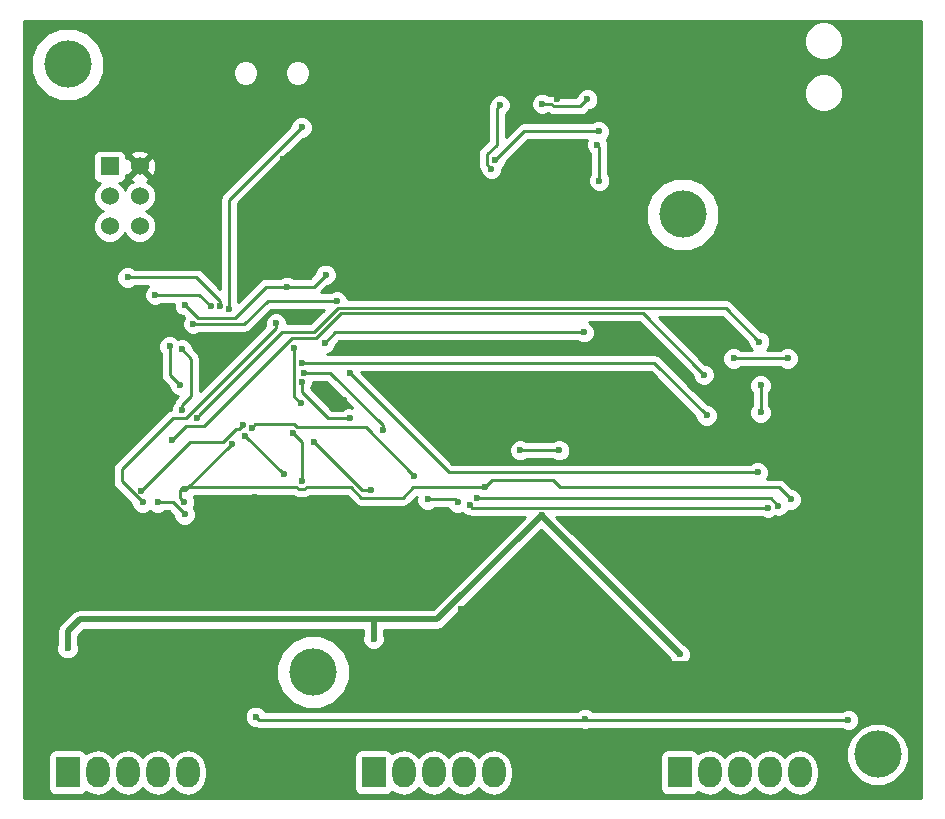
<source format=gbr>
G04 #@! TF.FileFunction,Copper,L2,Bot,Signal*
%FSLAX46Y46*%
G04 Gerber Fmt 4.6, Leading zero omitted, Abs format (unit mm)*
G04 Created by KiCad (PCBNEW 4.0.5) date 10/24/17 15:29:36*
%MOMM*%
%LPD*%
G01*
G04 APERTURE LIST*
%ADD10C,0.100000*%
%ADD11C,4.000000*%
%ADD12R,1.524000X1.524000*%
%ADD13C,1.524000*%
%ADD14R,2.000000X2.600000*%
%ADD15O,2.000000X2.600000*%
%ADD16C,0.600000*%
%ADD17C,0.250000*%
%ADD18C,0.500000*%
%ADD19C,0.254000*%
G04 APERTURE END LIST*
D10*
D11*
X209550000Y-58420000D03*
X178257200Y-97155000D03*
X226060000Y-104140000D03*
D12*
X161036000Y-54356000D03*
D13*
X161036000Y-56896000D03*
X161036000Y-59436000D03*
X163576000Y-59436000D03*
X163576000Y-56896000D03*
X163576000Y-54356000D03*
D14*
X157480000Y-105664000D03*
D15*
X160020000Y-105664000D03*
X162560000Y-105664000D03*
X165100000Y-105664000D03*
X167640000Y-105664000D03*
D14*
X183388000Y-105664000D03*
D15*
X185928000Y-105664000D03*
X188468000Y-105664000D03*
X191008000Y-105664000D03*
X193548000Y-105664000D03*
D14*
X209296000Y-105664000D03*
D15*
X211836000Y-105664000D03*
X214376000Y-105664000D03*
X216916000Y-105664000D03*
X219456000Y-105664000D03*
D11*
X157480000Y-45720000D03*
D16*
X193370200Y-54559200D03*
X194106800Y-49149000D03*
X199034400Y-44196000D03*
X198958200Y-48641000D03*
X216712800Y-91897200D03*
X190804800Y-91846400D03*
X210870800Y-46431200D03*
X218922600Y-46177200D03*
X199796400Y-71983600D03*
X175717198Y-53695600D03*
X182092600Y-54864000D03*
X168148000Y-87223600D03*
X173329600Y-82346800D03*
X194335400Y-75184000D03*
X163322000Y-70612000D03*
X163068000Y-72136000D03*
X179578000Y-74422000D03*
X180848000Y-74168000D03*
X196342000Y-64262000D03*
X195834000Y-62230000D03*
X202438000Y-51384200D03*
X193700400Y-53822600D03*
X176682400Y-69748400D03*
X177215800Y-74422000D03*
X167411400Y-66116200D03*
X167201573Y-74936286D03*
X176072800Y-64541400D03*
X179324000Y-63525400D03*
X167132000Y-69850000D03*
X170397357Y-66178572D03*
X162560000Y-63754000D03*
X169597346Y-66177985D03*
X164906949Y-65217051D03*
X197612000Y-83860810D03*
X157480000Y-95155000D03*
X183388000Y-94363000D03*
X209296000Y-95663000D03*
X171171555Y-66380156D03*
X179242698Y-69316600D03*
X201193400Y-68402200D03*
X177292000Y-51054000D03*
X201498200Y-48666400D03*
X197662800Y-49047400D03*
X211353400Y-71983600D03*
X166319200Y-77520800D03*
X218440000Y-70612000D03*
X213868000Y-70612000D03*
X168427400Y-75641200D03*
X216052400Y-69189600D03*
X167014990Y-72898000D03*
X166116000Y-69596000D03*
X216154000Y-75184000D03*
X216154000Y-72898000D03*
X175121505Y-67598203D03*
X163830000Y-82804000D03*
X168118671Y-67700810D03*
X180283711Y-65739380D03*
X181356000Y-71882000D03*
X215900000Y-80264000D03*
X171376011Y-77819698D03*
X167368131Y-82750767D03*
X192786000Y-81534000D03*
X218694000Y-82550000D03*
X195808600Y-78384400D03*
X199110600Y-78384400D03*
X217655254Y-83079353D03*
X192119580Y-82462030D03*
X172496482Y-77138711D03*
X175768000Y-80400990D03*
X172299309Y-76259989D03*
X163725318Y-81815418D03*
X173090419Y-76498562D03*
X186845234Y-80553595D03*
X183134000Y-81788000D03*
X178308000Y-77724000D03*
X216789000Y-83235800D03*
X191516000Y-83007200D03*
X190500000Y-82804000D03*
X187960000Y-82550000D03*
X165100000Y-82804000D03*
X167386000Y-83820000D03*
X177292000Y-81026000D03*
X176530000Y-76962000D03*
X177307410Y-72585185D03*
X181356000Y-75692000D03*
X177465424Y-71800933D03*
X184150000Y-76708000D03*
X177336274Y-71011415D03*
X211582000Y-75438000D03*
X173405800Y-100939600D03*
X201295000Y-101117400D03*
X223596200Y-101219000D03*
X202336400Y-52527200D03*
X202514200Y-55549800D03*
D17*
X192963800Y-53340000D02*
X192963800Y-54152800D01*
X192963800Y-54152800D02*
X193370200Y-54559200D01*
X193806801Y-52496999D02*
X192963800Y-53340000D01*
X194106800Y-49149000D02*
X193806801Y-49448999D01*
X193806801Y-49448999D02*
X193806801Y-52496999D01*
X198958200Y-48641000D02*
X198958200Y-44272200D01*
X198958200Y-44272200D02*
X199034400Y-44196000D01*
X190804800Y-91846400D02*
X195246401Y-96288001D01*
X195246401Y-96288001D02*
X212321999Y-96288001D01*
X212321999Y-96288001D02*
X216712800Y-91897200D01*
X218922600Y-46177200D02*
X211124800Y-46177200D01*
X211124800Y-46177200D02*
X210870800Y-46431200D01*
X196596000Y-75184000D02*
X199796400Y-71983600D01*
X194335400Y-75184000D02*
X196596000Y-75184000D01*
X180924200Y-53695600D02*
X175717198Y-53695600D01*
X182092600Y-54864000D02*
X180924200Y-53695600D01*
X173329600Y-82346800D02*
X168452800Y-87223600D01*
X168452800Y-87223600D02*
X168148000Y-87223600D01*
X163068000Y-72136000D02*
X163068000Y-70866000D01*
X163068000Y-70866000D02*
X163322000Y-70612000D01*
X180848000Y-74168000D02*
X179832000Y-74168000D01*
X179832000Y-74168000D02*
X179578000Y-74422000D01*
X196088000Y-62908264D02*
X196088000Y-64008000D01*
X196088000Y-64008000D02*
X196342000Y-64262000D01*
X195834000Y-62230000D02*
X195834000Y-62654264D01*
X195834000Y-62654264D02*
X196088000Y-62908264D01*
X193700400Y-53822600D02*
X196138800Y-51384200D01*
X196138800Y-51384200D02*
X202438000Y-51384200D01*
X177215800Y-74422000D02*
X176682400Y-73888600D01*
X176682400Y-73888600D02*
X176682400Y-69748400D01*
X174294800Y-64541400D02*
X171627800Y-67208400D01*
X171627800Y-67208400D02*
X168503600Y-67208400D01*
X168503600Y-67208400D02*
X167411400Y-66116200D01*
X176758600Y-64541400D02*
X176072800Y-64541400D01*
X178308000Y-64541400D02*
X176758600Y-64541400D01*
X176758600Y-64541400D02*
X174294800Y-64541400D01*
X167201573Y-74512022D02*
X167201573Y-74936286D01*
X167132000Y-69850000D02*
X167907247Y-70625247D01*
X167907247Y-73806348D02*
X167201573Y-74512022D01*
X167907247Y-70625247D02*
X167907247Y-73806348D01*
X179324000Y-63525400D02*
X178308000Y-64541400D01*
X162560000Y-63754000D02*
X168397049Y-63754000D01*
X170397357Y-65754308D02*
X170397357Y-66178572D01*
X168397049Y-63754000D02*
X170397357Y-65754308D01*
X168636412Y-65217051D02*
X169597346Y-66177985D01*
X164906949Y-65217051D02*
X168636412Y-65217051D01*
D18*
X188762810Y-92710000D02*
X197612000Y-83860810D01*
X209296000Y-95663000D02*
X197612000Y-83979000D01*
X197612000Y-83979000D02*
X197612000Y-83860810D01*
X183388000Y-92710000D02*
X188762810Y-92710000D01*
X158496000Y-92710000D02*
X157480000Y-93726000D01*
X157480000Y-93726000D02*
X157480000Y-95155000D01*
X183388000Y-92710000D02*
X158496000Y-92710000D01*
X183388000Y-92710000D02*
X183388000Y-94363000D01*
D17*
X177292000Y-51054000D02*
X171171555Y-57174445D01*
X171171555Y-57174445D02*
X171171555Y-66380156D01*
X180157098Y-68402200D02*
X179242698Y-69316600D01*
X201193400Y-68402200D02*
X180157098Y-68402200D01*
X197662800Y-49047400D02*
X198439598Y-49047400D01*
X200898599Y-49266001D02*
X201498200Y-48666400D01*
X198439598Y-49047400D02*
X198658199Y-49266001D01*
X198658199Y-49266001D02*
X200898599Y-49266001D01*
X180594000Y-66802000D02*
X206171800Y-66802000D01*
X206171800Y-66802000D02*
X211053401Y-71683601D01*
X169006802Y-76342402D02*
X176505206Y-68843998D01*
X211053401Y-71683601D02*
X211353400Y-71983600D01*
X167497598Y-76342402D02*
X169006802Y-76342402D01*
X176505206Y-68843998D02*
X178552002Y-68843998D01*
X166319200Y-77520800D02*
X167497598Y-76342402D01*
X178552002Y-68843998D02*
X180594000Y-66802000D01*
X213868000Y-70612000D02*
X218440000Y-70612000D01*
X178365602Y-68393987D02*
X175674613Y-68393987D01*
X180407600Y-66351989D02*
X178365602Y-68393987D01*
X216052400Y-69189600D02*
X213214789Y-66351989D01*
X168727399Y-75341201D02*
X168427400Y-75641200D01*
X175674613Y-68393987D02*
X168727399Y-75341201D01*
X213214789Y-66351989D02*
X180407600Y-66351989D01*
X166116000Y-69596000D02*
X166116000Y-71999010D01*
X166116000Y-71999010D02*
X167014990Y-72898000D01*
X216154000Y-72898000D02*
X216154000Y-75184000D01*
X167470181Y-75673791D02*
X175121505Y-68022467D01*
X166388209Y-75673791D02*
X167470181Y-75673791D01*
X162052000Y-80010000D02*
X166388209Y-75673791D01*
X162052000Y-81026000D02*
X162052000Y-80010000D01*
X175121505Y-68022467D02*
X175121505Y-67598203D01*
X163830000Y-82804000D02*
X162052000Y-81026000D01*
X180283711Y-65739380D02*
X174416210Y-65739380D01*
X174416210Y-65739380D02*
X172454780Y-67700810D01*
X172454780Y-67700810D02*
X168118671Y-67700810D01*
X189738000Y-80264000D02*
X181356000Y-71882000D01*
X215900000Y-80264000D02*
X189738000Y-80264000D01*
X167410441Y-81785268D02*
X171376011Y-77819698D01*
X167002630Y-81785268D02*
X167410441Y-81785268D01*
X192786000Y-81534000D02*
X193411001Y-80908999D01*
X193411001Y-80908999D02*
X198548412Y-80908999D01*
X198548412Y-80908999D02*
X199173413Y-81534000D01*
X199173413Y-81534000D02*
X217678000Y-81534000D01*
X217678000Y-81534000D02*
X218694000Y-82550000D01*
X167253898Y-81534000D02*
X167002630Y-81785268D01*
X176874996Y-81534000D02*
X167253898Y-81534000D01*
X176991998Y-81651002D02*
X176874996Y-81534000D01*
X177592002Y-81651002D02*
X176991998Y-81651002D01*
X182360592Y-82413002D02*
X181481590Y-81534000D01*
X185894668Y-82413002D02*
X182360592Y-82413002D01*
X181481590Y-81534000D02*
X177709004Y-81534000D01*
X177709004Y-81534000D02*
X177592002Y-81651002D01*
X192786000Y-81534000D02*
X186773670Y-81534000D01*
X186773670Y-81534000D02*
X185894668Y-82413002D01*
X167002630Y-82385266D02*
X167368131Y-82750767D01*
X167002630Y-81785268D02*
X167002630Y-82385266D01*
X199110600Y-78384400D02*
X195808600Y-78384400D01*
X217037931Y-82462030D02*
X217655254Y-83079353D01*
X192119580Y-82462030D02*
X217037931Y-82462030D01*
X172505721Y-77138711D02*
X172496482Y-77138711D01*
X175768000Y-80400990D02*
X172505721Y-77138711D01*
X171751823Y-76559988D02*
X171999310Y-76559988D01*
X170640999Y-77670812D02*
X171751823Y-76559988D01*
X167869924Y-77670812D02*
X170640999Y-77670812D01*
X171999310Y-76559988D02*
X172299309Y-76259989D01*
X163725318Y-81815418D02*
X167869924Y-77670812D01*
X176691565Y-76198563D02*
X173390418Y-76198563D01*
X182745639Y-76454000D02*
X176947002Y-76454000D01*
X176947002Y-76454000D02*
X176691565Y-76198563D01*
X186845234Y-80553595D02*
X182745639Y-76454000D01*
X173390418Y-76198563D02*
X173090419Y-76498562D01*
X178308000Y-77724000D02*
X182372000Y-81788000D01*
X182372000Y-81788000D02*
X183134000Y-81788000D01*
X191744600Y-83235800D02*
X216789000Y-83235800D01*
X191516000Y-83007200D02*
X191744600Y-83235800D01*
X187960000Y-82550000D02*
X190246000Y-82550000D01*
X190246000Y-82550000D02*
X190500000Y-82804000D01*
X167386000Y-83820000D02*
X166370000Y-82804000D01*
X166370000Y-82804000D02*
X165100000Y-82804000D01*
X176530000Y-76962000D02*
X177292000Y-77724000D01*
X177292000Y-77724000D02*
X177292000Y-81026000D01*
X181356000Y-75692000D02*
X179566961Y-75692000D01*
X177307410Y-73432449D02*
X177307410Y-72585185D01*
X179566961Y-75692000D02*
X177307410Y-73432449D01*
X184150000Y-76283736D02*
X179667197Y-71800933D01*
X179667197Y-71800933D02*
X177465424Y-71800933D01*
X184150000Y-76708000D02*
X184150000Y-76283736D01*
X207155415Y-71011415D02*
X177336274Y-71011415D01*
X211582000Y-75438000D02*
X207155415Y-71011415D01*
X202336400Y-101219000D02*
X201396600Y-101219000D01*
X223596200Y-101219000D02*
X202336400Y-101219000D01*
X202336400Y-101219000D02*
X173685200Y-101219000D01*
X173685200Y-101219000D02*
X173405800Y-100939600D01*
X201396600Y-101219000D02*
X201295000Y-101117400D01*
X202514200Y-55549800D02*
X202514200Y-52705000D01*
X202514200Y-52705000D02*
X202336400Y-52527200D01*
D19*
G36*
X229743000Y-107823000D02*
X153797000Y-107823000D01*
X153797000Y-104364000D01*
X155832560Y-104364000D01*
X155832560Y-106964000D01*
X155876838Y-107199317D01*
X156015910Y-107415441D01*
X156228110Y-107560431D01*
X156480000Y-107611440D01*
X158480000Y-107611440D01*
X158715317Y-107567162D01*
X158931441Y-107428090D01*
X159036951Y-107273671D01*
X159394313Y-107512452D01*
X160020000Y-107636909D01*
X160645687Y-107512452D01*
X161176120Y-107158029D01*
X161290000Y-106987595D01*
X161403880Y-107158029D01*
X161934313Y-107512452D01*
X162560000Y-107636909D01*
X163185687Y-107512452D01*
X163716120Y-107158029D01*
X163830000Y-106987595D01*
X163943880Y-107158029D01*
X164474313Y-107512452D01*
X165100000Y-107636909D01*
X165725687Y-107512452D01*
X166256120Y-107158029D01*
X166370000Y-106987595D01*
X166483880Y-107158029D01*
X167014313Y-107512452D01*
X167640000Y-107636909D01*
X168265687Y-107512452D01*
X168796120Y-107158029D01*
X169150543Y-106627596D01*
X169275000Y-106001909D01*
X169275000Y-105326091D01*
X169150543Y-104700404D01*
X168925766Y-104364000D01*
X181740560Y-104364000D01*
X181740560Y-106964000D01*
X181784838Y-107199317D01*
X181923910Y-107415441D01*
X182136110Y-107560431D01*
X182388000Y-107611440D01*
X184388000Y-107611440D01*
X184623317Y-107567162D01*
X184839441Y-107428090D01*
X184944951Y-107273671D01*
X185302313Y-107512452D01*
X185928000Y-107636909D01*
X186553687Y-107512452D01*
X187084120Y-107158029D01*
X187198000Y-106987595D01*
X187311880Y-107158029D01*
X187842313Y-107512452D01*
X188468000Y-107636909D01*
X189093687Y-107512452D01*
X189624120Y-107158029D01*
X189738000Y-106987595D01*
X189851880Y-107158029D01*
X190382313Y-107512452D01*
X191008000Y-107636909D01*
X191633687Y-107512452D01*
X192164120Y-107158029D01*
X192278000Y-106987595D01*
X192391880Y-107158029D01*
X192922313Y-107512452D01*
X193548000Y-107636909D01*
X194173687Y-107512452D01*
X194704120Y-107158029D01*
X195058543Y-106627596D01*
X195183000Y-106001909D01*
X195183000Y-105326091D01*
X195058543Y-104700404D01*
X194833766Y-104364000D01*
X207648560Y-104364000D01*
X207648560Y-106964000D01*
X207692838Y-107199317D01*
X207831910Y-107415441D01*
X208044110Y-107560431D01*
X208296000Y-107611440D01*
X210296000Y-107611440D01*
X210531317Y-107567162D01*
X210747441Y-107428090D01*
X210852951Y-107273671D01*
X211210313Y-107512452D01*
X211836000Y-107636909D01*
X212461687Y-107512452D01*
X212992120Y-107158029D01*
X213106000Y-106987595D01*
X213219880Y-107158029D01*
X213750313Y-107512452D01*
X214376000Y-107636909D01*
X215001687Y-107512452D01*
X215532120Y-107158029D01*
X215646000Y-106987595D01*
X215759880Y-107158029D01*
X216290313Y-107512452D01*
X216916000Y-107636909D01*
X217541687Y-107512452D01*
X218072120Y-107158029D01*
X218186000Y-106987595D01*
X218299880Y-107158029D01*
X218830313Y-107512452D01*
X219456000Y-107636909D01*
X220081687Y-107512452D01*
X220612120Y-107158029D01*
X220966543Y-106627596D01*
X221091000Y-106001909D01*
X221091000Y-105326091D01*
X220966543Y-104700404D01*
X220940772Y-104661834D01*
X223424543Y-104661834D01*
X223824853Y-105630658D01*
X224565443Y-106372542D01*
X225533567Y-106774542D01*
X226581834Y-106775457D01*
X227550658Y-106375147D01*
X228292542Y-105634557D01*
X228694542Y-104666433D01*
X228695457Y-103618166D01*
X228295147Y-102649342D01*
X227554557Y-101907458D01*
X226586433Y-101505458D01*
X225538166Y-101504543D01*
X224569342Y-101904853D01*
X223827458Y-102645443D01*
X223425458Y-103613567D01*
X223424543Y-104661834D01*
X220940772Y-104661834D01*
X220612120Y-104169971D01*
X220081687Y-103815548D01*
X219456000Y-103691091D01*
X218830313Y-103815548D01*
X218299880Y-104169971D01*
X218186000Y-104340405D01*
X218072120Y-104169971D01*
X217541687Y-103815548D01*
X216916000Y-103691091D01*
X216290313Y-103815548D01*
X215759880Y-104169971D01*
X215646000Y-104340405D01*
X215532120Y-104169971D01*
X215001687Y-103815548D01*
X214376000Y-103691091D01*
X213750313Y-103815548D01*
X213219880Y-104169971D01*
X213106000Y-104340405D01*
X212992120Y-104169971D01*
X212461687Y-103815548D01*
X211836000Y-103691091D01*
X211210313Y-103815548D01*
X210851808Y-104055093D01*
X210760090Y-103912559D01*
X210547890Y-103767569D01*
X210296000Y-103716560D01*
X208296000Y-103716560D01*
X208060683Y-103760838D01*
X207844559Y-103899910D01*
X207699569Y-104112110D01*
X207648560Y-104364000D01*
X194833766Y-104364000D01*
X194704120Y-104169971D01*
X194173687Y-103815548D01*
X193548000Y-103691091D01*
X192922313Y-103815548D01*
X192391880Y-104169971D01*
X192278000Y-104340405D01*
X192164120Y-104169971D01*
X191633687Y-103815548D01*
X191008000Y-103691091D01*
X190382313Y-103815548D01*
X189851880Y-104169971D01*
X189738000Y-104340405D01*
X189624120Y-104169971D01*
X189093687Y-103815548D01*
X188468000Y-103691091D01*
X187842313Y-103815548D01*
X187311880Y-104169971D01*
X187198000Y-104340405D01*
X187084120Y-104169971D01*
X186553687Y-103815548D01*
X185928000Y-103691091D01*
X185302313Y-103815548D01*
X184943808Y-104055093D01*
X184852090Y-103912559D01*
X184639890Y-103767569D01*
X184388000Y-103716560D01*
X182388000Y-103716560D01*
X182152683Y-103760838D01*
X181936559Y-103899910D01*
X181791569Y-104112110D01*
X181740560Y-104364000D01*
X168925766Y-104364000D01*
X168796120Y-104169971D01*
X168265687Y-103815548D01*
X167640000Y-103691091D01*
X167014313Y-103815548D01*
X166483880Y-104169971D01*
X166370000Y-104340405D01*
X166256120Y-104169971D01*
X165725687Y-103815548D01*
X165100000Y-103691091D01*
X164474313Y-103815548D01*
X163943880Y-104169971D01*
X163830000Y-104340405D01*
X163716120Y-104169971D01*
X163185687Y-103815548D01*
X162560000Y-103691091D01*
X161934313Y-103815548D01*
X161403880Y-104169971D01*
X161290000Y-104340405D01*
X161176120Y-104169971D01*
X160645687Y-103815548D01*
X160020000Y-103691091D01*
X159394313Y-103815548D01*
X159035808Y-104055093D01*
X158944090Y-103912559D01*
X158731890Y-103767569D01*
X158480000Y-103716560D01*
X156480000Y-103716560D01*
X156244683Y-103760838D01*
X156028559Y-103899910D01*
X155883569Y-104112110D01*
X155832560Y-104364000D01*
X153797000Y-104364000D01*
X153797000Y-101124767D01*
X172470638Y-101124767D01*
X172612683Y-101468543D01*
X172875473Y-101731792D01*
X173219001Y-101874438D01*
X173324591Y-101874530D01*
X173394360Y-101921148D01*
X173685200Y-101979000D01*
X200931825Y-101979000D01*
X201108201Y-102052238D01*
X201480167Y-102052562D01*
X201658201Y-101979000D01*
X223033737Y-101979000D01*
X223065873Y-102011192D01*
X223409401Y-102153838D01*
X223781367Y-102154162D01*
X224125143Y-102012117D01*
X224388392Y-101749327D01*
X224531038Y-101405799D01*
X224531362Y-101033833D01*
X224389317Y-100690057D01*
X224126527Y-100426808D01*
X223782999Y-100284162D01*
X223411033Y-100283838D01*
X223067257Y-100425883D01*
X223034082Y-100459000D01*
X201958886Y-100459000D01*
X201825327Y-100325208D01*
X201481799Y-100182562D01*
X201109833Y-100182238D01*
X200766057Y-100324283D01*
X200631105Y-100459000D01*
X174218892Y-100459000D01*
X174198917Y-100410657D01*
X173936127Y-100147408D01*
X173592599Y-100004762D01*
X173220633Y-100004438D01*
X172876857Y-100146483D01*
X172613608Y-100409273D01*
X172470962Y-100752801D01*
X172470638Y-101124767D01*
X153797000Y-101124767D01*
X153797000Y-97774270D01*
X175129658Y-97774270D01*
X175604712Y-98923989D01*
X176483584Y-99804396D01*
X177632472Y-100281456D01*
X178876470Y-100282542D01*
X180026189Y-99807488D01*
X180906596Y-98928616D01*
X181383656Y-97779728D01*
X181384742Y-96535730D01*
X180909688Y-95386011D01*
X180030816Y-94505604D01*
X178881928Y-94028544D01*
X177637930Y-94027458D01*
X176488211Y-94502512D01*
X175607804Y-95381384D01*
X175130744Y-96530272D01*
X175129658Y-97774270D01*
X153797000Y-97774270D01*
X153797000Y-95340167D01*
X156544838Y-95340167D01*
X156686883Y-95683943D01*
X156949673Y-95947192D01*
X157293201Y-96089838D01*
X157665167Y-96090162D01*
X158008943Y-95948117D01*
X158272192Y-95685327D01*
X158414838Y-95341799D01*
X158415162Y-94969833D01*
X158365000Y-94848431D01*
X158365000Y-94092580D01*
X158862579Y-93595000D01*
X182503000Y-93595000D01*
X182503000Y-94056178D01*
X182453162Y-94176201D01*
X182452838Y-94548167D01*
X182594883Y-94891943D01*
X182857673Y-95155192D01*
X183201201Y-95297838D01*
X183573167Y-95298162D01*
X183916943Y-95156117D01*
X184180192Y-94893327D01*
X184322838Y-94549799D01*
X184323162Y-94177833D01*
X184273000Y-94056431D01*
X184273000Y-93595000D01*
X188762805Y-93595000D01*
X188762810Y-93595001D01*
X189045294Y-93538810D01*
X189101485Y-93527633D01*
X189388600Y-93335790D01*
X197552905Y-85171485D01*
X208453255Y-96071834D01*
X208502883Y-96191943D01*
X208765673Y-96455192D01*
X209109201Y-96597838D01*
X209481167Y-96598162D01*
X209824943Y-96456117D01*
X210088192Y-96193327D01*
X210230838Y-95849799D01*
X210231162Y-95477833D01*
X210089117Y-95134057D01*
X209826327Y-94870808D01*
X209705013Y-94820434D01*
X198880380Y-83995800D01*
X216226537Y-83995800D01*
X216258673Y-84027992D01*
X216602201Y-84170638D01*
X216974167Y-84170962D01*
X217317943Y-84028917D01*
X217372577Y-83974379D01*
X217468455Y-84014191D01*
X217840421Y-84014515D01*
X218184197Y-83872470D01*
X218447446Y-83609680D01*
X218500449Y-83482034D01*
X218507201Y-83484838D01*
X218879167Y-83485162D01*
X219222943Y-83343117D01*
X219486192Y-83080327D01*
X219628838Y-82736799D01*
X219629162Y-82364833D01*
X219487117Y-82021057D01*
X219224327Y-81757808D01*
X218880799Y-81615162D01*
X218833923Y-81615121D01*
X218215401Y-80996599D01*
X217968839Y-80831852D01*
X217678000Y-80774000D01*
X216700633Y-80774000D01*
X216834838Y-80450799D01*
X216835162Y-80078833D01*
X216693117Y-79735057D01*
X216430327Y-79471808D01*
X216086799Y-79329162D01*
X215714833Y-79328838D01*
X215371057Y-79470883D01*
X215337882Y-79504000D01*
X190052802Y-79504000D01*
X189118369Y-78569567D01*
X194873438Y-78569567D01*
X195015483Y-78913343D01*
X195278273Y-79176592D01*
X195621801Y-79319238D01*
X195993767Y-79319562D01*
X196337543Y-79177517D01*
X196370718Y-79144400D01*
X198548137Y-79144400D01*
X198580273Y-79176592D01*
X198923801Y-79319238D01*
X199295767Y-79319562D01*
X199639543Y-79177517D01*
X199902792Y-78914727D01*
X200045438Y-78571199D01*
X200045762Y-78199233D01*
X199903717Y-77855457D01*
X199640927Y-77592208D01*
X199297399Y-77449562D01*
X198925433Y-77449238D01*
X198581657Y-77591283D01*
X198548482Y-77624400D01*
X196371063Y-77624400D01*
X196338927Y-77592208D01*
X195995399Y-77449562D01*
X195623433Y-77449238D01*
X195279657Y-77591283D01*
X195016408Y-77854073D01*
X194873762Y-78197601D01*
X194873438Y-78569567D01*
X189118369Y-78569567D01*
X182320217Y-71771415D01*
X206840613Y-71771415D01*
X210646878Y-75577680D01*
X210646838Y-75623167D01*
X210788883Y-75966943D01*
X211051673Y-76230192D01*
X211395201Y-76372838D01*
X211767167Y-76373162D01*
X212110943Y-76231117D01*
X212374192Y-75968327D01*
X212516838Y-75624799D01*
X212517162Y-75252833D01*
X212375117Y-74909057D01*
X212112327Y-74645808D01*
X211768799Y-74503162D01*
X211721923Y-74503121D01*
X210301969Y-73083167D01*
X215218838Y-73083167D01*
X215360883Y-73426943D01*
X215394000Y-73460118D01*
X215394000Y-74621537D01*
X215361808Y-74653673D01*
X215219162Y-74997201D01*
X215218838Y-75369167D01*
X215360883Y-75712943D01*
X215623673Y-75976192D01*
X215967201Y-76118838D01*
X216339167Y-76119162D01*
X216682943Y-75977117D01*
X216946192Y-75714327D01*
X217088838Y-75370799D01*
X217089162Y-74998833D01*
X216947117Y-74655057D01*
X216914000Y-74621882D01*
X216914000Y-73460463D01*
X216946192Y-73428327D01*
X217088838Y-73084799D01*
X217089162Y-72712833D01*
X216947117Y-72369057D01*
X216684327Y-72105808D01*
X216340799Y-71963162D01*
X215968833Y-71962838D01*
X215625057Y-72104883D01*
X215361808Y-72367673D01*
X215219162Y-72711201D01*
X215218838Y-73083167D01*
X210301969Y-73083167D01*
X207692816Y-70474014D01*
X207446254Y-70309267D01*
X207155415Y-70251415D01*
X179428705Y-70251415D01*
X179771641Y-70109717D01*
X180034890Y-69846927D01*
X180177536Y-69503399D01*
X180177577Y-69456523D01*
X180471900Y-69162200D01*
X200630937Y-69162200D01*
X200663073Y-69194392D01*
X201006601Y-69337038D01*
X201378567Y-69337362D01*
X201722343Y-69195317D01*
X201985592Y-68932527D01*
X202128238Y-68588999D01*
X202128562Y-68217033D01*
X201986517Y-67873257D01*
X201723727Y-67610008D01*
X201608111Y-67562000D01*
X205856998Y-67562000D01*
X210418278Y-72123280D01*
X210418238Y-72168767D01*
X210560283Y-72512543D01*
X210823073Y-72775792D01*
X211166601Y-72918438D01*
X211538567Y-72918762D01*
X211882343Y-72776717D01*
X212145592Y-72513927D01*
X212288238Y-72170399D01*
X212288562Y-71798433D01*
X212146517Y-71454657D01*
X211883727Y-71191408D01*
X211540199Y-71048762D01*
X211493323Y-71048721D01*
X207556591Y-67111989D01*
X212899987Y-67111989D01*
X215117278Y-69329280D01*
X215117238Y-69374767D01*
X215259283Y-69718543D01*
X215392507Y-69852000D01*
X214430463Y-69852000D01*
X214398327Y-69819808D01*
X214054799Y-69677162D01*
X213682833Y-69676838D01*
X213339057Y-69818883D01*
X213075808Y-70081673D01*
X212933162Y-70425201D01*
X212932838Y-70797167D01*
X213074883Y-71140943D01*
X213337673Y-71404192D01*
X213681201Y-71546838D01*
X214053167Y-71547162D01*
X214396943Y-71405117D01*
X214430118Y-71372000D01*
X217877537Y-71372000D01*
X217909673Y-71404192D01*
X218253201Y-71546838D01*
X218625167Y-71547162D01*
X218968943Y-71405117D01*
X219232192Y-71142327D01*
X219374838Y-70798799D01*
X219375162Y-70426833D01*
X219233117Y-70083057D01*
X218970327Y-69819808D01*
X218626799Y-69677162D01*
X218254833Y-69676838D01*
X217911057Y-69818883D01*
X217877882Y-69852000D01*
X216712288Y-69852000D01*
X216844592Y-69719927D01*
X216987238Y-69376399D01*
X216987562Y-69004433D01*
X216845517Y-68660657D01*
X216582727Y-68397408D01*
X216239199Y-68254762D01*
X216192323Y-68254721D01*
X213752190Y-65814588D01*
X213505628Y-65649841D01*
X213214789Y-65591989D01*
X181218840Y-65591989D01*
X181218873Y-65554213D01*
X181076828Y-65210437D01*
X180814038Y-64947188D01*
X180470510Y-64804542D01*
X180098544Y-64804218D01*
X179754768Y-64946263D01*
X179721593Y-64979380D01*
X178944822Y-64979380D01*
X179463680Y-64460522D01*
X179509167Y-64460562D01*
X179852943Y-64318517D01*
X180116192Y-64055727D01*
X180258838Y-63712199D01*
X180259162Y-63340233D01*
X180117117Y-62996457D01*
X179854327Y-62733208D01*
X179510799Y-62590562D01*
X179138833Y-62590238D01*
X178795057Y-62732283D01*
X178531808Y-62995073D01*
X178389162Y-63338601D01*
X178389121Y-63385477D01*
X177993198Y-63781400D01*
X176635263Y-63781400D01*
X176603127Y-63749208D01*
X176259599Y-63606562D01*
X175887633Y-63606238D01*
X175543857Y-63748283D01*
X175510682Y-63781400D01*
X174294800Y-63781400D01*
X174003961Y-63839252D01*
X173757399Y-64003999D01*
X171937452Y-65823946D01*
X171931555Y-65818038D01*
X171931555Y-59039270D01*
X206422458Y-59039270D01*
X206897512Y-60188989D01*
X207776384Y-61069396D01*
X208925272Y-61546456D01*
X210169270Y-61547542D01*
X211318989Y-61072488D01*
X212199396Y-60193616D01*
X212676456Y-59044728D01*
X212677542Y-57800730D01*
X212202488Y-56651011D01*
X211323616Y-55770604D01*
X210174728Y-55293544D01*
X208930730Y-55292458D01*
X207781011Y-55767512D01*
X206900604Y-56646384D01*
X206423544Y-57795272D01*
X206422458Y-59039270D01*
X171931555Y-59039270D01*
X171931555Y-57489247D01*
X176080802Y-53340000D01*
X192203800Y-53340000D01*
X192203800Y-54152800D01*
X192261652Y-54443639D01*
X192426399Y-54690201D01*
X192435078Y-54698880D01*
X192435038Y-54744367D01*
X192577083Y-55088143D01*
X192839873Y-55351392D01*
X193183401Y-55494038D01*
X193555367Y-55494362D01*
X193899143Y-55352317D01*
X194162392Y-55089527D01*
X194305038Y-54745999D01*
X194305217Y-54539975D01*
X194492592Y-54352927D01*
X194635238Y-54009399D01*
X194635279Y-53962523D01*
X196453602Y-52144200D01*
X201483032Y-52144200D01*
X201401562Y-52340401D01*
X201401238Y-52712367D01*
X201543283Y-53056143D01*
X201754200Y-53267428D01*
X201754200Y-54987337D01*
X201722008Y-55019473D01*
X201579362Y-55363001D01*
X201579038Y-55734967D01*
X201721083Y-56078743D01*
X201983873Y-56341992D01*
X202327401Y-56484638D01*
X202699367Y-56484962D01*
X203043143Y-56342917D01*
X203306392Y-56080127D01*
X203449038Y-55736599D01*
X203449362Y-55364633D01*
X203307317Y-55020857D01*
X203274200Y-54987682D01*
X203274200Y-52705000D01*
X203271259Y-52690213D01*
X203271562Y-52342033D01*
X203134423Y-52010129D01*
X203230192Y-51914527D01*
X203372838Y-51570999D01*
X203373162Y-51199033D01*
X203231117Y-50855257D01*
X202968327Y-50592008D01*
X202624799Y-50449362D01*
X202252833Y-50449038D01*
X201909057Y-50591083D01*
X201875882Y-50624200D01*
X196138800Y-50624200D01*
X195847960Y-50682052D01*
X195601399Y-50846799D01*
X194566801Y-51881397D01*
X194566801Y-49970603D01*
X194635743Y-49942117D01*
X194898992Y-49679327D01*
X195041638Y-49335799D01*
X195041727Y-49232567D01*
X196727638Y-49232567D01*
X196869683Y-49576343D01*
X197132473Y-49839592D01*
X197476001Y-49982238D01*
X197847967Y-49982562D01*
X198182228Y-49844449D01*
X198285544Y-49913481D01*
X198367360Y-49968149D01*
X198658199Y-50026001D01*
X200898599Y-50026001D01*
X201189438Y-49968149D01*
X201436000Y-49803402D01*
X201637880Y-49601522D01*
X201683367Y-49601562D01*
X202027143Y-49459517D01*
X202290392Y-49196727D01*
X202433038Y-48853199D01*
X202433362Y-48481233D01*
X202412935Y-48431795D01*
X219852716Y-48431795D01*
X220101106Y-49032943D01*
X220560637Y-49493278D01*
X221161352Y-49742716D01*
X221811795Y-49743284D01*
X222412943Y-49494894D01*
X222873278Y-49035363D01*
X223122716Y-48434648D01*
X223123284Y-47784205D01*
X222874894Y-47183057D01*
X222415363Y-46722722D01*
X221814648Y-46473284D01*
X221164205Y-46472716D01*
X220563057Y-46721106D01*
X220102722Y-47180637D01*
X219853284Y-47781352D01*
X219852716Y-48431795D01*
X202412935Y-48431795D01*
X202291317Y-48137457D01*
X202028527Y-47874208D01*
X201684999Y-47731562D01*
X201313033Y-47731238D01*
X200969257Y-47873283D01*
X200706008Y-48136073D01*
X200563362Y-48479601D01*
X200563339Y-48506001D01*
X198971016Y-48506001D01*
X198730437Y-48345252D01*
X198439598Y-48287400D01*
X198225263Y-48287400D01*
X198193127Y-48255208D01*
X197849599Y-48112562D01*
X197477633Y-48112238D01*
X197133857Y-48254283D01*
X196870608Y-48517073D01*
X196727962Y-48860601D01*
X196727638Y-49232567D01*
X195041727Y-49232567D01*
X195041962Y-48963833D01*
X194899917Y-48620057D01*
X194637127Y-48356808D01*
X194293599Y-48214162D01*
X193921633Y-48213838D01*
X193577857Y-48355883D01*
X193314608Y-48618673D01*
X193171962Y-48962201D01*
X193171879Y-49057549D01*
X193104653Y-49158160D01*
X193046801Y-49448999D01*
X193046801Y-52182197D01*
X192426399Y-52802599D01*
X192261652Y-53049161D01*
X192203800Y-53340000D01*
X176080802Y-53340000D01*
X177431680Y-51989122D01*
X177477167Y-51989162D01*
X177820943Y-51847117D01*
X178084192Y-51584327D01*
X178226838Y-51240799D01*
X178227162Y-50868833D01*
X178085117Y-50525057D01*
X177822327Y-50261808D01*
X177478799Y-50119162D01*
X177106833Y-50118838D01*
X176763057Y-50260883D01*
X176499808Y-50523673D01*
X176357162Y-50867201D01*
X176357121Y-50914077D01*
X170634154Y-56637044D01*
X170469407Y-56883606D01*
X170411555Y-57174445D01*
X170411555Y-64693704D01*
X168934450Y-63216599D01*
X168687888Y-63051852D01*
X168397049Y-62994000D01*
X163122463Y-62994000D01*
X163090327Y-62961808D01*
X162746799Y-62819162D01*
X162374833Y-62818838D01*
X162031057Y-62960883D01*
X161767808Y-63223673D01*
X161625162Y-63567201D01*
X161624838Y-63939167D01*
X161766883Y-64282943D01*
X162029673Y-64546192D01*
X162373201Y-64688838D01*
X162745167Y-64689162D01*
X163088943Y-64547117D01*
X163122118Y-64514000D01*
X164287783Y-64514000D01*
X164114757Y-64686724D01*
X163972111Y-65030252D01*
X163971787Y-65402218D01*
X164113832Y-65745994D01*
X164376622Y-66009243D01*
X164720150Y-66151889D01*
X165092116Y-66152213D01*
X165435892Y-66010168D01*
X165469067Y-65977051D01*
X166476520Y-65977051D01*
X166476238Y-66301367D01*
X166618283Y-66645143D01*
X166881073Y-66908392D01*
X167224601Y-67051038D01*
X167271477Y-67051079D01*
X167358708Y-67138310D01*
X167326479Y-67170483D01*
X167183833Y-67514011D01*
X167183509Y-67885977D01*
X167325554Y-68229753D01*
X167588344Y-68493002D01*
X167931872Y-68635648D01*
X168303838Y-68635972D01*
X168647614Y-68493927D01*
X168680789Y-68460810D01*
X172454780Y-68460810D01*
X172745619Y-68402958D01*
X172992181Y-68238211D01*
X174731012Y-66499380D01*
X179185407Y-66499380D01*
X178050800Y-67633987D01*
X176056475Y-67633987D01*
X176056667Y-67413036D01*
X175914622Y-67069260D01*
X175651832Y-66806011D01*
X175308304Y-66663365D01*
X174936338Y-66663041D01*
X174592562Y-66805086D01*
X174329313Y-67067876D01*
X174186667Y-67411404D01*
X174186343Y-67783370D01*
X174215422Y-67853748D01*
X168667247Y-73401923D01*
X168667247Y-70625247D01*
X168609395Y-70334408D01*
X168444648Y-70087846D01*
X168067122Y-69710320D01*
X168067162Y-69664833D01*
X167925117Y-69321057D01*
X167662327Y-69057808D01*
X167318799Y-68915162D01*
X166946833Y-68914838D01*
X166812551Y-68970322D01*
X166646327Y-68803808D01*
X166302799Y-68661162D01*
X165930833Y-68660838D01*
X165587057Y-68802883D01*
X165323808Y-69065673D01*
X165181162Y-69409201D01*
X165180838Y-69781167D01*
X165322883Y-70124943D01*
X165356000Y-70158118D01*
X165356000Y-71999010D01*
X165413852Y-72289849D01*
X165578599Y-72536411D01*
X166079868Y-73037680D01*
X166079828Y-73083167D01*
X166221873Y-73426943D01*
X166484663Y-73690192D01*
X166812479Y-73826314D01*
X166664172Y-73974621D01*
X166499425Y-74221183D01*
X166475874Y-74339582D01*
X166409381Y-74405959D01*
X166266735Y-74749487D01*
X166266571Y-74937987D01*
X166097370Y-74971643D01*
X165850808Y-75136390D01*
X161514599Y-79472599D01*
X161349852Y-79719161D01*
X161292000Y-80010000D01*
X161292000Y-81026000D01*
X161349852Y-81316839D01*
X161514599Y-81563401D01*
X162894878Y-82943680D01*
X162894838Y-82989167D01*
X163036883Y-83332943D01*
X163299673Y-83596192D01*
X163643201Y-83738838D01*
X164015167Y-83739162D01*
X164358943Y-83597117D01*
X164464954Y-83491290D01*
X164569673Y-83596192D01*
X164913201Y-83738838D01*
X165285167Y-83739162D01*
X165628943Y-83597117D01*
X165662118Y-83564000D01*
X166055198Y-83564000D01*
X166450878Y-83959680D01*
X166450838Y-84005167D01*
X166592883Y-84348943D01*
X166855673Y-84612192D01*
X167199201Y-84754838D01*
X167571167Y-84755162D01*
X167914943Y-84613117D01*
X168178192Y-84350327D01*
X168320838Y-84006799D01*
X168321162Y-83634833D01*
X168179117Y-83291057D01*
X168162922Y-83274834D01*
X168302969Y-82937566D01*
X168303293Y-82565600D01*
X168191070Y-82294000D01*
X176612635Y-82294000D01*
X176701159Y-82353150D01*
X176991998Y-82411002D01*
X177592002Y-82411002D01*
X177882841Y-82353150D01*
X177971365Y-82294000D01*
X181166788Y-82294000D01*
X181823191Y-82950403D01*
X182069753Y-83115150D01*
X182360592Y-83173002D01*
X185894668Y-83173002D01*
X186185507Y-83115150D01*
X186432069Y-82950403D01*
X187029345Y-82353127D01*
X187025162Y-82363201D01*
X187024838Y-82735167D01*
X187166883Y-83078943D01*
X187429673Y-83342192D01*
X187773201Y-83484838D01*
X188145167Y-83485162D01*
X188488943Y-83343117D01*
X188522118Y-83310000D01*
X189697403Y-83310000D01*
X189706883Y-83332943D01*
X189969673Y-83596192D01*
X190313201Y-83738838D01*
X190685167Y-83739162D01*
X190855352Y-83668843D01*
X190985673Y-83799392D01*
X191329201Y-83942038D01*
X191474960Y-83942165D01*
X191744600Y-83995800D01*
X196225431Y-83995800D01*
X188396230Y-91825000D01*
X158496005Y-91825000D01*
X158496000Y-91824999D01*
X158213516Y-91881190D01*
X158157325Y-91892367D01*
X157870210Y-92084210D01*
X157870208Y-92084213D01*
X156854210Y-93100210D01*
X156662367Y-93387325D01*
X156662367Y-93387326D01*
X156594999Y-93726000D01*
X156595000Y-93726005D01*
X156595000Y-94848178D01*
X156545162Y-94968201D01*
X156544838Y-95340167D01*
X153797000Y-95340167D01*
X153797000Y-53594000D01*
X159626560Y-53594000D01*
X159626560Y-55118000D01*
X159670838Y-55353317D01*
X159809910Y-55569441D01*
X160022110Y-55714431D01*
X160205124Y-55751492D01*
X159852371Y-56103630D01*
X159639243Y-56616900D01*
X159638758Y-57172661D01*
X159850990Y-57686303D01*
X160243630Y-58079629D01*
X160451512Y-58165949D01*
X160245697Y-58250990D01*
X159852371Y-58643630D01*
X159639243Y-59156900D01*
X159638758Y-59712661D01*
X159850990Y-60226303D01*
X160243630Y-60619629D01*
X160756900Y-60832757D01*
X161312661Y-60833242D01*
X161826303Y-60621010D01*
X162219629Y-60228370D01*
X162305949Y-60020488D01*
X162390990Y-60226303D01*
X162783630Y-60619629D01*
X163296900Y-60832757D01*
X163852661Y-60833242D01*
X164366303Y-60621010D01*
X164759629Y-60228370D01*
X164972757Y-59715100D01*
X164973242Y-59159339D01*
X164761010Y-58645697D01*
X164368370Y-58252371D01*
X164160488Y-58166051D01*
X164366303Y-58081010D01*
X164759629Y-57688370D01*
X164972757Y-57175100D01*
X164973242Y-56619339D01*
X164761010Y-56105697D01*
X164368370Y-55712371D01*
X164176273Y-55632605D01*
X164307143Y-55578397D01*
X164376608Y-55336213D01*
X163576000Y-54535605D01*
X162775392Y-55336213D01*
X162844857Y-55578397D01*
X162985318Y-55628509D01*
X162785697Y-55710990D01*
X162392371Y-56103630D01*
X162306051Y-56311512D01*
X162221010Y-56105697D01*
X161868167Y-55752237D01*
X162033317Y-55721162D01*
X162249441Y-55582090D01*
X162394431Y-55369890D01*
X162445440Y-55118000D01*
X162445440Y-55113484D01*
X162595787Y-55156608D01*
X163396395Y-54356000D01*
X163755605Y-54356000D01*
X164556213Y-55156608D01*
X164798397Y-55087143D01*
X164985144Y-54563698D01*
X164957362Y-54008632D01*
X164798397Y-53624857D01*
X164556213Y-53555392D01*
X163755605Y-54356000D01*
X163396395Y-54356000D01*
X162595787Y-53555392D01*
X162445440Y-53598516D01*
X162445440Y-53594000D01*
X162404381Y-53375787D01*
X162775392Y-53375787D01*
X163576000Y-54176395D01*
X164376608Y-53375787D01*
X164307143Y-53133603D01*
X163783698Y-52946856D01*
X163228632Y-52974638D01*
X162844857Y-53133603D01*
X162775392Y-53375787D01*
X162404381Y-53375787D01*
X162401162Y-53358683D01*
X162262090Y-53142559D01*
X162049890Y-52997569D01*
X161798000Y-52946560D01*
X160274000Y-52946560D01*
X160038683Y-52990838D01*
X159822559Y-53129910D01*
X159677569Y-53342110D01*
X159626560Y-53594000D01*
X153797000Y-53594000D01*
X153797000Y-46339270D01*
X154352458Y-46339270D01*
X154827512Y-47488989D01*
X155706384Y-48369396D01*
X156855272Y-48846456D01*
X158099270Y-48847542D01*
X159248989Y-48372488D01*
X160129396Y-47493616D01*
X160482655Y-46642873D01*
X171466812Y-46642873D01*
X171631646Y-47041800D01*
X171936595Y-47347282D01*
X172335233Y-47512811D01*
X172766873Y-47513188D01*
X173165800Y-47348354D01*
X173471282Y-47043405D01*
X173636811Y-46644767D01*
X173636812Y-46642873D01*
X175866812Y-46642873D01*
X176031646Y-47041800D01*
X176336595Y-47347282D01*
X176735233Y-47512811D01*
X177166873Y-47513188D01*
X177565800Y-47348354D01*
X177871282Y-47043405D01*
X178036811Y-46644767D01*
X178037188Y-46213127D01*
X177872354Y-45814200D01*
X177567405Y-45508718D01*
X177168767Y-45343189D01*
X176737127Y-45342812D01*
X176338200Y-45507646D01*
X176032718Y-45812595D01*
X175867189Y-46211233D01*
X175866812Y-46642873D01*
X173636812Y-46642873D01*
X173637188Y-46213127D01*
X173472354Y-45814200D01*
X173167405Y-45508718D01*
X172768767Y-45343189D01*
X172337127Y-45342812D01*
X171938200Y-45507646D01*
X171632718Y-45812595D01*
X171467189Y-46211233D01*
X171466812Y-46642873D01*
X160482655Y-46642873D01*
X160606456Y-46344728D01*
X160607542Y-45100730D01*
X160165868Y-44031795D01*
X219852716Y-44031795D01*
X220101106Y-44632943D01*
X220560637Y-45093278D01*
X221161352Y-45342716D01*
X221811795Y-45343284D01*
X222412943Y-45094894D01*
X222873278Y-44635363D01*
X223122716Y-44034648D01*
X223123284Y-43384205D01*
X222874894Y-42783057D01*
X222415363Y-42322722D01*
X221814648Y-42073284D01*
X221164205Y-42072716D01*
X220563057Y-42321106D01*
X220102722Y-42780637D01*
X219853284Y-43381352D01*
X219852716Y-44031795D01*
X160165868Y-44031795D01*
X160132488Y-43951011D01*
X159253616Y-43070604D01*
X158104728Y-42593544D01*
X156860730Y-42592458D01*
X155711011Y-43067512D01*
X154830604Y-43946384D01*
X154353544Y-45095272D01*
X154352458Y-46339270D01*
X153797000Y-46339270D01*
X153797000Y-42037000D01*
X229743000Y-42037000D01*
X229743000Y-107823000D01*
X229743000Y-107823000D01*
G37*
X229743000Y-107823000D02*
X153797000Y-107823000D01*
X153797000Y-104364000D01*
X155832560Y-104364000D01*
X155832560Y-106964000D01*
X155876838Y-107199317D01*
X156015910Y-107415441D01*
X156228110Y-107560431D01*
X156480000Y-107611440D01*
X158480000Y-107611440D01*
X158715317Y-107567162D01*
X158931441Y-107428090D01*
X159036951Y-107273671D01*
X159394313Y-107512452D01*
X160020000Y-107636909D01*
X160645687Y-107512452D01*
X161176120Y-107158029D01*
X161290000Y-106987595D01*
X161403880Y-107158029D01*
X161934313Y-107512452D01*
X162560000Y-107636909D01*
X163185687Y-107512452D01*
X163716120Y-107158029D01*
X163830000Y-106987595D01*
X163943880Y-107158029D01*
X164474313Y-107512452D01*
X165100000Y-107636909D01*
X165725687Y-107512452D01*
X166256120Y-107158029D01*
X166370000Y-106987595D01*
X166483880Y-107158029D01*
X167014313Y-107512452D01*
X167640000Y-107636909D01*
X168265687Y-107512452D01*
X168796120Y-107158029D01*
X169150543Y-106627596D01*
X169275000Y-106001909D01*
X169275000Y-105326091D01*
X169150543Y-104700404D01*
X168925766Y-104364000D01*
X181740560Y-104364000D01*
X181740560Y-106964000D01*
X181784838Y-107199317D01*
X181923910Y-107415441D01*
X182136110Y-107560431D01*
X182388000Y-107611440D01*
X184388000Y-107611440D01*
X184623317Y-107567162D01*
X184839441Y-107428090D01*
X184944951Y-107273671D01*
X185302313Y-107512452D01*
X185928000Y-107636909D01*
X186553687Y-107512452D01*
X187084120Y-107158029D01*
X187198000Y-106987595D01*
X187311880Y-107158029D01*
X187842313Y-107512452D01*
X188468000Y-107636909D01*
X189093687Y-107512452D01*
X189624120Y-107158029D01*
X189738000Y-106987595D01*
X189851880Y-107158029D01*
X190382313Y-107512452D01*
X191008000Y-107636909D01*
X191633687Y-107512452D01*
X192164120Y-107158029D01*
X192278000Y-106987595D01*
X192391880Y-107158029D01*
X192922313Y-107512452D01*
X193548000Y-107636909D01*
X194173687Y-107512452D01*
X194704120Y-107158029D01*
X195058543Y-106627596D01*
X195183000Y-106001909D01*
X195183000Y-105326091D01*
X195058543Y-104700404D01*
X194833766Y-104364000D01*
X207648560Y-104364000D01*
X207648560Y-106964000D01*
X207692838Y-107199317D01*
X207831910Y-107415441D01*
X208044110Y-107560431D01*
X208296000Y-107611440D01*
X210296000Y-107611440D01*
X210531317Y-107567162D01*
X210747441Y-107428090D01*
X210852951Y-107273671D01*
X211210313Y-107512452D01*
X211836000Y-107636909D01*
X212461687Y-107512452D01*
X212992120Y-107158029D01*
X213106000Y-106987595D01*
X213219880Y-107158029D01*
X213750313Y-107512452D01*
X214376000Y-107636909D01*
X215001687Y-107512452D01*
X215532120Y-107158029D01*
X215646000Y-106987595D01*
X215759880Y-107158029D01*
X216290313Y-107512452D01*
X216916000Y-107636909D01*
X217541687Y-107512452D01*
X218072120Y-107158029D01*
X218186000Y-106987595D01*
X218299880Y-107158029D01*
X218830313Y-107512452D01*
X219456000Y-107636909D01*
X220081687Y-107512452D01*
X220612120Y-107158029D01*
X220966543Y-106627596D01*
X221091000Y-106001909D01*
X221091000Y-105326091D01*
X220966543Y-104700404D01*
X220940772Y-104661834D01*
X223424543Y-104661834D01*
X223824853Y-105630658D01*
X224565443Y-106372542D01*
X225533567Y-106774542D01*
X226581834Y-106775457D01*
X227550658Y-106375147D01*
X228292542Y-105634557D01*
X228694542Y-104666433D01*
X228695457Y-103618166D01*
X228295147Y-102649342D01*
X227554557Y-101907458D01*
X226586433Y-101505458D01*
X225538166Y-101504543D01*
X224569342Y-101904853D01*
X223827458Y-102645443D01*
X223425458Y-103613567D01*
X223424543Y-104661834D01*
X220940772Y-104661834D01*
X220612120Y-104169971D01*
X220081687Y-103815548D01*
X219456000Y-103691091D01*
X218830313Y-103815548D01*
X218299880Y-104169971D01*
X218186000Y-104340405D01*
X218072120Y-104169971D01*
X217541687Y-103815548D01*
X216916000Y-103691091D01*
X216290313Y-103815548D01*
X215759880Y-104169971D01*
X215646000Y-104340405D01*
X215532120Y-104169971D01*
X215001687Y-103815548D01*
X214376000Y-103691091D01*
X213750313Y-103815548D01*
X213219880Y-104169971D01*
X213106000Y-104340405D01*
X212992120Y-104169971D01*
X212461687Y-103815548D01*
X211836000Y-103691091D01*
X211210313Y-103815548D01*
X210851808Y-104055093D01*
X210760090Y-103912559D01*
X210547890Y-103767569D01*
X210296000Y-103716560D01*
X208296000Y-103716560D01*
X208060683Y-103760838D01*
X207844559Y-103899910D01*
X207699569Y-104112110D01*
X207648560Y-104364000D01*
X194833766Y-104364000D01*
X194704120Y-104169971D01*
X194173687Y-103815548D01*
X193548000Y-103691091D01*
X192922313Y-103815548D01*
X192391880Y-104169971D01*
X192278000Y-104340405D01*
X192164120Y-104169971D01*
X191633687Y-103815548D01*
X191008000Y-103691091D01*
X190382313Y-103815548D01*
X189851880Y-104169971D01*
X189738000Y-104340405D01*
X189624120Y-104169971D01*
X189093687Y-103815548D01*
X188468000Y-103691091D01*
X187842313Y-103815548D01*
X187311880Y-104169971D01*
X187198000Y-104340405D01*
X187084120Y-104169971D01*
X186553687Y-103815548D01*
X185928000Y-103691091D01*
X185302313Y-103815548D01*
X184943808Y-104055093D01*
X184852090Y-103912559D01*
X184639890Y-103767569D01*
X184388000Y-103716560D01*
X182388000Y-103716560D01*
X182152683Y-103760838D01*
X181936559Y-103899910D01*
X181791569Y-104112110D01*
X181740560Y-104364000D01*
X168925766Y-104364000D01*
X168796120Y-104169971D01*
X168265687Y-103815548D01*
X167640000Y-103691091D01*
X167014313Y-103815548D01*
X166483880Y-104169971D01*
X166370000Y-104340405D01*
X166256120Y-104169971D01*
X165725687Y-103815548D01*
X165100000Y-103691091D01*
X164474313Y-103815548D01*
X163943880Y-104169971D01*
X163830000Y-104340405D01*
X163716120Y-104169971D01*
X163185687Y-103815548D01*
X162560000Y-103691091D01*
X161934313Y-103815548D01*
X161403880Y-104169971D01*
X161290000Y-104340405D01*
X161176120Y-104169971D01*
X160645687Y-103815548D01*
X160020000Y-103691091D01*
X159394313Y-103815548D01*
X159035808Y-104055093D01*
X158944090Y-103912559D01*
X158731890Y-103767569D01*
X158480000Y-103716560D01*
X156480000Y-103716560D01*
X156244683Y-103760838D01*
X156028559Y-103899910D01*
X155883569Y-104112110D01*
X155832560Y-104364000D01*
X153797000Y-104364000D01*
X153797000Y-101124767D01*
X172470638Y-101124767D01*
X172612683Y-101468543D01*
X172875473Y-101731792D01*
X173219001Y-101874438D01*
X173324591Y-101874530D01*
X173394360Y-101921148D01*
X173685200Y-101979000D01*
X200931825Y-101979000D01*
X201108201Y-102052238D01*
X201480167Y-102052562D01*
X201658201Y-101979000D01*
X223033737Y-101979000D01*
X223065873Y-102011192D01*
X223409401Y-102153838D01*
X223781367Y-102154162D01*
X224125143Y-102012117D01*
X224388392Y-101749327D01*
X224531038Y-101405799D01*
X224531362Y-101033833D01*
X224389317Y-100690057D01*
X224126527Y-100426808D01*
X223782999Y-100284162D01*
X223411033Y-100283838D01*
X223067257Y-100425883D01*
X223034082Y-100459000D01*
X201958886Y-100459000D01*
X201825327Y-100325208D01*
X201481799Y-100182562D01*
X201109833Y-100182238D01*
X200766057Y-100324283D01*
X200631105Y-100459000D01*
X174218892Y-100459000D01*
X174198917Y-100410657D01*
X173936127Y-100147408D01*
X173592599Y-100004762D01*
X173220633Y-100004438D01*
X172876857Y-100146483D01*
X172613608Y-100409273D01*
X172470962Y-100752801D01*
X172470638Y-101124767D01*
X153797000Y-101124767D01*
X153797000Y-97774270D01*
X175129658Y-97774270D01*
X175604712Y-98923989D01*
X176483584Y-99804396D01*
X177632472Y-100281456D01*
X178876470Y-100282542D01*
X180026189Y-99807488D01*
X180906596Y-98928616D01*
X181383656Y-97779728D01*
X181384742Y-96535730D01*
X180909688Y-95386011D01*
X180030816Y-94505604D01*
X178881928Y-94028544D01*
X177637930Y-94027458D01*
X176488211Y-94502512D01*
X175607804Y-95381384D01*
X175130744Y-96530272D01*
X175129658Y-97774270D01*
X153797000Y-97774270D01*
X153797000Y-95340167D01*
X156544838Y-95340167D01*
X156686883Y-95683943D01*
X156949673Y-95947192D01*
X157293201Y-96089838D01*
X157665167Y-96090162D01*
X158008943Y-95948117D01*
X158272192Y-95685327D01*
X158414838Y-95341799D01*
X158415162Y-94969833D01*
X158365000Y-94848431D01*
X158365000Y-94092580D01*
X158862579Y-93595000D01*
X182503000Y-93595000D01*
X182503000Y-94056178D01*
X182453162Y-94176201D01*
X182452838Y-94548167D01*
X182594883Y-94891943D01*
X182857673Y-95155192D01*
X183201201Y-95297838D01*
X183573167Y-95298162D01*
X183916943Y-95156117D01*
X184180192Y-94893327D01*
X184322838Y-94549799D01*
X184323162Y-94177833D01*
X184273000Y-94056431D01*
X184273000Y-93595000D01*
X188762805Y-93595000D01*
X188762810Y-93595001D01*
X189045294Y-93538810D01*
X189101485Y-93527633D01*
X189388600Y-93335790D01*
X197552905Y-85171485D01*
X208453255Y-96071834D01*
X208502883Y-96191943D01*
X208765673Y-96455192D01*
X209109201Y-96597838D01*
X209481167Y-96598162D01*
X209824943Y-96456117D01*
X210088192Y-96193327D01*
X210230838Y-95849799D01*
X210231162Y-95477833D01*
X210089117Y-95134057D01*
X209826327Y-94870808D01*
X209705013Y-94820434D01*
X198880380Y-83995800D01*
X216226537Y-83995800D01*
X216258673Y-84027992D01*
X216602201Y-84170638D01*
X216974167Y-84170962D01*
X217317943Y-84028917D01*
X217372577Y-83974379D01*
X217468455Y-84014191D01*
X217840421Y-84014515D01*
X218184197Y-83872470D01*
X218447446Y-83609680D01*
X218500449Y-83482034D01*
X218507201Y-83484838D01*
X218879167Y-83485162D01*
X219222943Y-83343117D01*
X219486192Y-83080327D01*
X219628838Y-82736799D01*
X219629162Y-82364833D01*
X219487117Y-82021057D01*
X219224327Y-81757808D01*
X218880799Y-81615162D01*
X218833923Y-81615121D01*
X218215401Y-80996599D01*
X217968839Y-80831852D01*
X217678000Y-80774000D01*
X216700633Y-80774000D01*
X216834838Y-80450799D01*
X216835162Y-80078833D01*
X216693117Y-79735057D01*
X216430327Y-79471808D01*
X216086799Y-79329162D01*
X215714833Y-79328838D01*
X215371057Y-79470883D01*
X215337882Y-79504000D01*
X190052802Y-79504000D01*
X189118369Y-78569567D01*
X194873438Y-78569567D01*
X195015483Y-78913343D01*
X195278273Y-79176592D01*
X195621801Y-79319238D01*
X195993767Y-79319562D01*
X196337543Y-79177517D01*
X196370718Y-79144400D01*
X198548137Y-79144400D01*
X198580273Y-79176592D01*
X198923801Y-79319238D01*
X199295767Y-79319562D01*
X199639543Y-79177517D01*
X199902792Y-78914727D01*
X200045438Y-78571199D01*
X200045762Y-78199233D01*
X199903717Y-77855457D01*
X199640927Y-77592208D01*
X199297399Y-77449562D01*
X198925433Y-77449238D01*
X198581657Y-77591283D01*
X198548482Y-77624400D01*
X196371063Y-77624400D01*
X196338927Y-77592208D01*
X195995399Y-77449562D01*
X195623433Y-77449238D01*
X195279657Y-77591283D01*
X195016408Y-77854073D01*
X194873762Y-78197601D01*
X194873438Y-78569567D01*
X189118369Y-78569567D01*
X182320217Y-71771415D01*
X206840613Y-71771415D01*
X210646878Y-75577680D01*
X210646838Y-75623167D01*
X210788883Y-75966943D01*
X211051673Y-76230192D01*
X211395201Y-76372838D01*
X211767167Y-76373162D01*
X212110943Y-76231117D01*
X212374192Y-75968327D01*
X212516838Y-75624799D01*
X212517162Y-75252833D01*
X212375117Y-74909057D01*
X212112327Y-74645808D01*
X211768799Y-74503162D01*
X211721923Y-74503121D01*
X210301969Y-73083167D01*
X215218838Y-73083167D01*
X215360883Y-73426943D01*
X215394000Y-73460118D01*
X215394000Y-74621537D01*
X215361808Y-74653673D01*
X215219162Y-74997201D01*
X215218838Y-75369167D01*
X215360883Y-75712943D01*
X215623673Y-75976192D01*
X215967201Y-76118838D01*
X216339167Y-76119162D01*
X216682943Y-75977117D01*
X216946192Y-75714327D01*
X217088838Y-75370799D01*
X217089162Y-74998833D01*
X216947117Y-74655057D01*
X216914000Y-74621882D01*
X216914000Y-73460463D01*
X216946192Y-73428327D01*
X217088838Y-73084799D01*
X217089162Y-72712833D01*
X216947117Y-72369057D01*
X216684327Y-72105808D01*
X216340799Y-71963162D01*
X215968833Y-71962838D01*
X215625057Y-72104883D01*
X215361808Y-72367673D01*
X215219162Y-72711201D01*
X215218838Y-73083167D01*
X210301969Y-73083167D01*
X207692816Y-70474014D01*
X207446254Y-70309267D01*
X207155415Y-70251415D01*
X179428705Y-70251415D01*
X179771641Y-70109717D01*
X180034890Y-69846927D01*
X180177536Y-69503399D01*
X180177577Y-69456523D01*
X180471900Y-69162200D01*
X200630937Y-69162200D01*
X200663073Y-69194392D01*
X201006601Y-69337038D01*
X201378567Y-69337362D01*
X201722343Y-69195317D01*
X201985592Y-68932527D01*
X202128238Y-68588999D01*
X202128562Y-68217033D01*
X201986517Y-67873257D01*
X201723727Y-67610008D01*
X201608111Y-67562000D01*
X205856998Y-67562000D01*
X210418278Y-72123280D01*
X210418238Y-72168767D01*
X210560283Y-72512543D01*
X210823073Y-72775792D01*
X211166601Y-72918438D01*
X211538567Y-72918762D01*
X211882343Y-72776717D01*
X212145592Y-72513927D01*
X212288238Y-72170399D01*
X212288562Y-71798433D01*
X212146517Y-71454657D01*
X211883727Y-71191408D01*
X211540199Y-71048762D01*
X211493323Y-71048721D01*
X207556591Y-67111989D01*
X212899987Y-67111989D01*
X215117278Y-69329280D01*
X215117238Y-69374767D01*
X215259283Y-69718543D01*
X215392507Y-69852000D01*
X214430463Y-69852000D01*
X214398327Y-69819808D01*
X214054799Y-69677162D01*
X213682833Y-69676838D01*
X213339057Y-69818883D01*
X213075808Y-70081673D01*
X212933162Y-70425201D01*
X212932838Y-70797167D01*
X213074883Y-71140943D01*
X213337673Y-71404192D01*
X213681201Y-71546838D01*
X214053167Y-71547162D01*
X214396943Y-71405117D01*
X214430118Y-71372000D01*
X217877537Y-71372000D01*
X217909673Y-71404192D01*
X218253201Y-71546838D01*
X218625167Y-71547162D01*
X218968943Y-71405117D01*
X219232192Y-71142327D01*
X219374838Y-70798799D01*
X219375162Y-70426833D01*
X219233117Y-70083057D01*
X218970327Y-69819808D01*
X218626799Y-69677162D01*
X218254833Y-69676838D01*
X217911057Y-69818883D01*
X217877882Y-69852000D01*
X216712288Y-69852000D01*
X216844592Y-69719927D01*
X216987238Y-69376399D01*
X216987562Y-69004433D01*
X216845517Y-68660657D01*
X216582727Y-68397408D01*
X216239199Y-68254762D01*
X216192323Y-68254721D01*
X213752190Y-65814588D01*
X213505628Y-65649841D01*
X213214789Y-65591989D01*
X181218840Y-65591989D01*
X181218873Y-65554213D01*
X181076828Y-65210437D01*
X180814038Y-64947188D01*
X180470510Y-64804542D01*
X180098544Y-64804218D01*
X179754768Y-64946263D01*
X179721593Y-64979380D01*
X178944822Y-64979380D01*
X179463680Y-64460522D01*
X179509167Y-64460562D01*
X179852943Y-64318517D01*
X180116192Y-64055727D01*
X180258838Y-63712199D01*
X180259162Y-63340233D01*
X180117117Y-62996457D01*
X179854327Y-62733208D01*
X179510799Y-62590562D01*
X179138833Y-62590238D01*
X178795057Y-62732283D01*
X178531808Y-62995073D01*
X178389162Y-63338601D01*
X178389121Y-63385477D01*
X177993198Y-63781400D01*
X176635263Y-63781400D01*
X176603127Y-63749208D01*
X176259599Y-63606562D01*
X175887633Y-63606238D01*
X175543857Y-63748283D01*
X175510682Y-63781400D01*
X174294800Y-63781400D01*
X174003961Y-63839252D01*
X173757399Y-64003999D01*
X171937452Y-65823946D01*
X171931555Y-65818038D01*
X171931555Y-59039270D01*
X206422458Y-59039270D01*
X206897512Y-60188989D01*
X207776384Y-61069396D01*
X208925272Y-61546456D01*
X210169270Y-61547542D01*
X211318989Y-61072488D01*
X212199396Y-60193616D01*
X212676456Y-59044728D01*
X212677542Y-57800730D01*
X212202488Y-56651011D01*
X211323616Y-55770604D01*
X210174728Y-55293544D01*
X208930730Y-55292458D01*
X207781011Y-55767512D01*
X206900604Y-56646384D01*
X206423544Y-57795272D01*
X206422458Y-59039270D01*
X171931555Y-59039270D01*
X171931555Y-57489247D01*
X176080802Y-53340000D01*
X192203800Y-53340000D01*
X192203800Y-54152800D01*
X192261652Y-54443639D01*
X192426399Y-54690201D01*
X192435078Y-54698880D01*
X192435038Y-54744367D01*
X192577083Y-55088143D01*
X192839873Y-55351392D01*
X193183401Y-55494038D01*
X193555367Y-55494362D01*
X193899143Y-55352317D01*
X194162392Y-55089527D01*
X194305038Y-54745999D01*
X194305217Y-54539975D01*
X194492592Y-54352927D01*
X194635238Y-54009399D01*
X194635279Y-53962523D01*
X196453602Y-52144200D01*
X201483032Y-52144200D01*
X201401562Y-52340401D01*
X201401238Y-52712367D01*
X201543283Y-53056143D01*
X201754200Y-53267428D01*
X201754200Y-54987337D01*
X201722008Y-55019473D01*
X201579362Y-55363001D01*
X201579038Y-55734967D01*
X201721083Y-56078743D01*
X201983873Y-56341992D01*
X202327401Y-56484638D01*
X202699367Y-56484962D01*
X203043143Y-56342917D01*
X203306392Y-56080127D01*
X203449038Y-55736599D01*
X203449362Y-55364633D01*
X203307317Y-55020857D01*
X203274200Y-54987682D01*
X203274200Y-52705000D01*
X203271259Y-52690213D01*
X203271562Y-52342033D01*
X203134423Y-52010129D01*
X203230192Y-51914527D01*
X203372838Y-51570999D01*
X203373162Y-51199033D01*
X203231117Y-50855257D01*
X202968327Y-50592008D01*
X202624799Y-50449362D01*
X202252833Y-50449038D01*
X201909057Y-50591083D01*
X201875882Y-50624200D01*
X196138800Y-50624200D01*
X195847960Y-50682052D01*
X195601399Y-50846799D01*
X194566801Y-51881397D01*
X194566801Y-49970603D01*
X194635743Y-49942117D01*
X194898992Y-49679327D01*
X195041638Y-49335799D01*
X195041727Y-49232567D01*
X196727638Y-49232567D01*
X196869683Y-49576343D01*
X197132473Y-49839592D01*
X197476001Y-49982238D01*
X197847967Y-49982562D01*
X198182228Y-49844449D01*
X198285544Y-49913481D01*
X198367360Y-49968149D01*
X198658199Y-50026001D01*
X200898599Y-50026001D01*
X201189438Y-49968149D01*
X201436000Y-49803402D01*
X201637880Y-49601522D01*
X201683367Y-49601562D01*
X202027143Y-49459517D01*
X202290392Y-49196727D01*
X202433038Y-48853199D01*
X202433362Y-48481233D01*
X202412935Y-48431795D01*
X219852716Y-48431795D01*
X220101106Y-49032943D01*
X220560637Y-49493278D01*
X221161352Y-49742716D01*
X221811795Y-49743284D01*
X222412943Y-49494894D01*
X222873278Y-49035363D01*
X223122716Y-48434648D01*
X223123284Y-47784205D01*
X222874894Y-47183057D01*
X222415363Y-46722722D01*
X221814648Y-46473284D01*
X221164205Y-46472716D01*
X220563057Y-46721106D01*
X220102722Y-47180637D01*
X219853284Y-47781352D01*
X219852716Y-48431795D01*
X202412935Y-48431795D01*
X202291317Y-48137457D01*
X202028527Y-47874208D01*
X201684999Y-47731562D01*
X201313033Y-47731238D01*
X200969257Y-47873283D01*
X200706008Y-48136073D01*
X200563362Y-48479601D01*
X200563339Y-48506001D01*
X198971016Y-48506001D01*
X198730437Y-48345252D01*
X198439598Y-48287400D01*
X198225263Y-48287400D01*
X198193127Y-48255208D01*
X197849599Y-48112562D01*
X197477633Y-48112238D01*
X197133857Y-48254283D01*
X196870608Y-48517073D01*
X196727962Y-48860601D01*
X196727638Y-49232567D01*
X195041727Y-49232567D01*
X195041962Y-48963833D01*
X194899917Y-48620057D01*
X194637127Y-48356808D01*
X194293599Y-48214162D01*
X193921633Y-48213838D01*
X193577857Y-48355883D01*
X193314608Y-48618673D01*
X193171962Y-48962201D01*
X193171879Y-49057549D01*
X193104653Y-49158160D01*
X193046801Y-49448999D01*
X193046801Y-52182197D01*
X192426399Y-52802599D01*
X192261652Y-53049161D01*
X192203800Y-53340000D01*
X176080802Y-53340000D01*
X177431680Y-51989122D01*
X177477167Y-51989162D01*
X177820943Y-51847117D01*
X178084192Y-51584327D01*
X178226838Y-51240799D01*
X178227162Y-50868833D01*
X178085117Y-50525057D01*
X177822327Y-50261808D01*
X177478799Y-50119162D01*
X177106833Y-50118838D01*
X176763057Y-50260883D01*
X176499808Y-50523673D01*
X176357162Y-50867201D01*
X176357121Y-50914077D01*
X170634154Y-56637044D01*
X170469407Y-56883606D01*
X170411555Y-57174445D01*
X170411555Y-64693704D01*
X168934450Y-63216599D01*
X168687888Y-63051852D01*
X168397049Y-62994000D01*
X163122463Y-62994000D01*
X163090327Y-62961808D01*
X162746799Y-62819162D01*
X162374833Y-62818838D01*
X162031057Y-62960883D01*
X161767808Y-63223673D01*
X161625162Y-63567201D01*
X161624838Y-63939167D01*
X161766883Y-64282943D01*
X162029673Y-64546192D01*
X162373201Y-64688838D01*
X162745167Y-64689162D01*
X163088943Y-64547117D01*
X163122118Y-64514000D01*
X164287783Y-64514000D01*
X164114757Y-64686724D01*
X163972111Y-65030252D01*
X163971787Y-65402218D01*
X164113832Y-65745994D01*
X164376622Y-66009243D01*
X164720150Y-66151889D01*
X165092116Y-66152213D01*
X165435892Y-66010168D01*
X165469067Y-65977051D01*
X166476520Y-65977051D01*
X166476238Y-66301367D01*
X166618283Y-66645143D01*
X166881073Y-66908392D01*
X167224601Y-67051038D01*
X167271477Y-67051079D01*
X167358708Y-67138310D01*
X167326479Y-67170483D01*
X167183833Y-67514011D01*
X167183509Y-67885977D01*
X167325554Y-68229753D01*
X167588344Y-68493002D01*
X167931872Y-68635648D01*
X168303838Y-68635972D01*
X168647614Y-68493927D01*
X168680789Y-68460810D01*
X172454780Y-68460810D01*
X172745619Y-68402958D01*
X172992181Y-68238211D01*
X174731012Y-66499380D01*
X179185407Y-66499380D01*
X178050800Y-67633987D01*
X176056475Y-67633987D01*
X176056667Y-67413036D01*
X175914622Y-67069260D01*
X175651832Y-66806011D01*
X175308304Y-66663365D01*
X174936338Y-66663041D01*
X174592562Y-66805086D01*
X174329313Y-67067876D01*
X174186667Y-67411404D01*
X174186343Y-67783370D01*
X174215422Y-67853748D01*
X168667247Y-73401923D01*
X168667247Y-70625247D01*
X168609395Y-70334408D01*
X168444648Y-70087846D01*
X168067122Y-69710320D01*
X168067162Y-69664833D01*
X167925117Y-69321057D01*
X167662327Y-69057808D01*
X167318799Y-68915162D01*
X166946833Y-68914838D01*
X166812551Y-68970322D01*
X166646327Y-68803808D01*
X166302799Y-68661162D01*
X165930833Y-68660838D01*
X165587057Y-68802883D01*
X165323808Y-69065673D01*
X165181162Y-69409201D01*
X165180838Y-69781167D01*
X165322883Y-70124943D01*
X165356000Y-70158118D01*
X165356000Y-71999010D01*
X165413852Y-72289849D01*
X165578599Y-72536411D01*
X166079868Y-73037680D01*
X166079828Y-73083167D01*
X166221873Y-73426943D01*
X166484663Y-73690192D01*
X166812479Y-73826314D01*
X166664172Y-73974621D01*
X166499425Y-74221183D01*
X166475874Y-74339582D01*
X166409381Y-74405959D01*
X166266735Y-74749487D01*
X166266571Y-74937987D01*
X166097370Y-74971643D01*
X165850808Y-75136390D01*
X161514599Y-79472599D01*
X161349852Y-79719161D01*
X161292000Y-80010000D01*
X161292000Y-81026000D01*
X161349852Y-81316839D01*
X161514599Y-81563401D01*
X162894878Y-82943680D01*
X162894838Y-82989167D01*
X163036883Y-83332943D01*
X163299673Y-83596192D01*
X163643201Y-83738838D01*
X164015167Y-83739162D01*
X164358943Y-83597117D01*
X164464954Y-83491290D01*
X164569673Y-83596192D01*
X164913201Y-83738838D01*
X165285167Y-83739162D01*
X165628943Y-83597117D01*
X165662118Y-83564000D01*
X166055198Y-83564000D01*
X166450878Y-83959680D01*
X166450838Y-84005167D01*
X166592883Y-84348943D01*
X166855673Y-84612192D01*
X167199201Y-84754838D01*
X167571167Y-84755162D01*
X167914943Y-84613117D01*
X168178192Y-84350327D01*
X168320838Y-84006799D01*
X168321162Y-83634833D01*
X168179117Y-83291057D01*
X168162922Y-83274834D01*
X168302969Y-82937566D01*
X168303293Y-82565600D01*
X168191070Y-82294000D01*
X176612635Y-82294000D01*
X176701159Y-82353150D01*
X176991998Y-82411002D01*
X177592002Y-82411002D01*
X177882841Y-82353150D01*
X177971365Y-82294000D01*
X181166788Y-82294000D01*
X181823191Y-82950403D01*
X182069753Y-83115150D01*
X182360592Y-83173002D01*
X185894668Y-83173002D01*
X186185507Y-83115150D01*
X186432069Y-82950403D01*
X187029345Y-82353127D01*
X187025162Y-82363201D01*
X187024838Y-82735167D01*
X187166883Y-83078943D01*
X187429673Y-83342192D01*
X187773201Y-83484838D01*
X188145167Y-83485162D01*
X188488943Y-83343117D01*
X188522118Y-83310000D01*
X189697403Y-83310000D01*
X189706883Y-83332943D01*
X189969673Y-83596192D01*
X190313201Y-83738838D01*
X190685167Y-83739162D01*
X190855352Y-83668843D01*
X190985673Y-83799392D01*
X191329201Y-83942038D01*
X191474960Y-83942165D01*
X191744600Y-83995800D01*
X196225431Y-83995800D01*
X188396230Y-91825000D01*
X158496005Y-91825000D01*
X158496000Y-91824999D01*
X158213516Y-91881190D01*
X158157325Y-91892367D01*
X157870210Y-92084210D01*
X157870208Y-92084213D01*
X156854210Y-93100210D01*
X156662367Y-93387325D01*
X156662367Y-93387326D01*
X156594999Y-93726000D01*
X156595000Y-93726005D01*
X156595000Y-94848178D01*
X156545162Y-94968201D01*
X156544838Y-95340167D01*
X153797000Y-95340167D01*
X153797000Y-53594000D01*
X159626560Y-53594000D01*
X159626560Y-55118000D01*
X159670838Y-55353317D01*
X159809910Y-55569441D01*
X160022110Y-55714431D01*
X160205124Y-55751492D01*
X159852371Y-56103630D01*
X159639243Y-56616900D01*
X159638758Y-57172661D01*
X159850990Y-57686303D01*
X160243630Y-58079629D01*
X160451512Y-58165949D01*
X160245697Y-58250990D01*
X159852371Y-58643630D01*
X159639243Y-59156900D01*
X159638758Y-59712661D01*
X159850990Y-60226303D01*
X160243630Y-60619629D01*
X160756900Y-60832757D01*
X161312661Y-60833242D01*
X161826303Y-60621010D01*
X162219629Y-60228370D01*
X162305949Y-60020488D01*
X162390990Y-60226303D01*
X162783630Y-60619629D01*
X163296900Y-60832757D01*
X163852661Y-60833242D01*
X164366303Y-60621010D01*
X164759629Y-60228370D01*
X164972757Y-59715100D01*
X164973242Y-59159339D01*
X164761010Y-58645697D01*
X164368370Y-58252371D01*
X164160488Y-58166051D01*
X164366303Y-58081010D01*
X164759629Y-57688370D01*
X164972757Y-57175100D01*
X164973242Y-56619339D01*
X164761010Y-56105697D01*
X164368370Y-55712371D01*
X164176273Y-55632605D01*
X164307143Y-55578397D01*
X164376608Y-55336213D01*
X163576000Y-54535605D01*
X162775392Y-55336213D01*
X162844857Y-55578397D01*
X162985318Y-55628509D01*
X162785697Y-55710990D01*
X162392371Y-56103630D01*
X162306051Y-56311512D01*
X162221010Y-56105697D01*
X161868167Y-55752237D01*
X162033317Y-55721162D01*
X162249441Y-55582090D01*
X162394431Y-55369890D01*
X162445440Y-55118000D01*
X162445440Y-55113484D01*
X162595787Y-55156608D01*
X163396395Y-54356000D01*
X163755605Y-54356000D01*
X164556213Y-55156608D01*
X164798397Y-55087143D01*
X164985144Y-54563698D01*
X164957362Y-54008632D01*
X164798397Y-53624857D01*
X164556213Y-53555392D01*
X163755605Y-54356000D01*
X163396395Y-54356000D01*
X162595787Y-53555392D01*
X162445440Y-53598516D01*
X162445440Y-53594000D01*
X162404381Y-53375787D01*
X162775392Y-53375787D01*
X163576000Y-54176395D01*
X164376608Y-53375787D01*
X164307143Y-53133603D01*
X163783698Y-52946856D01*
X163228632Y-52974638D01*
X162844857Y-53133603D01*
X162775392Y-53375787D01*
X162404381Y-53375787D01*
X162401162Y-53358683D01*
X162262090Y-53142559D01*
X162049890Y-52997569D01*
X161798000Y-52946560D01*
X160274000Y-52946560D01*
X160038683Y-52990838D01*
X159822559Y-53129910D01*
X159677569Y-53342110D01*
X159626560Y-53594000D01*
X153797000Y-53594000D01*
X153797000Y-46339270D01*
X154352458Y-46339270D01*
X154827512Y-47488989D01*
X155706384Y-48369396D01*
X156855272Y-48846456D01*
X158099270Y-48847542D01*
X159248989Y-48372488D01*
X160129396Y-47493616D01*
X160482655Y-46642873D01*
X171466812Y-46642873D01*
X171631646Y-47041800D01*
X171936595Y-47347282D01*
X172335233Y-47512811D01*
X172766873Y-47513188D01*
X173165800Y-47348354D01*
X173471282Y-47043405D01*
X173636811Y-46644767D01*
X173636812Y-46642873D01*
X175866812Y-46642873D01*
X176031646Y-47041800D01*
X176336595Y-47347282D01*
X176735233Y-47512811D01*
X177166873Y-47513188D01*
X177565800Y-47348354D01*
X177871282Y-47043405D01*
X178036811Y-46644767D01*
X178037188Y-46213127D01*
X177872354Y-45814200D01*
X177567405Y-45508718D01*
X177168767Y-45343189D01*
X176737127Y-45342812D01*
X176338200Y-45507646D01*
X176032718Y-45812595D01*
X175867189Y-46211233D01*
X175866812Y-46642873D01*
X173636812Y-46642873D01*
X173637188Y-46213127D01*
X173472354Y-45814200D01*
X173167405Y-45508718D01*
X172768767Y-45343189D01*
X172337127Y-45342812D01*
X171938200Y-45507646D01*
X171632718Y-45812595D01*
X171467189Y-46211233D01*
X171466812Y-46642873D01*
X160482655Y-46642873D01*
X160606456Y-46344728D01*
X160607542Y-45100730D01*
X160165868Y-44031795D01*
X219852716Y-44031795D01*
X220101106Y-44632943D01*
X220560637Y-45093278D01*
X221161352Y-45342716D01*
X221811795Y-45343284D01*
X222412943Y-45094894D01*
X222873278Y-44635363D01*
X223122716Y-44034648D01*
X223123284Y-43384205D01*
X222874894Y-42783057D01*
X222415363Y-42322722D01*
X221814648Y-42073284D01*
X221164205Y-42072716D01*
X220563057Y-42321106D01*
X220102722Y-42780637D01*
X219853284Y-43381352D01*
X219852716Y-44031795D01*
X160165868Y-44031795D01*
X160132488Y-43951011D01*
X159253616Y-43070604D01*
X158104728Y-42593544D01*
X156860730Y-42592458D01*
X155711011Y-43067512D01*
X154830604Y-43946384D01*
X154353544Y-45095272D01*
X154352458Y-46339270D01*
X153797000Y-46339270D01*
X153797000Y-42037000D01*
X229743000Y-42037000D01*
X229743000Y-107823000D01*
G36*
X181552760Y-74761298D02*
X181542799Y-74757162D01*
X181170833Y-74756838D01*
X180827057Y-74898883D01*
X180793882Y-74932000D01*
X179881763Y-74932000D01*
X178082424Y-73132661D01*
X178099602Y-73115512D01*
X178242248Y-72771984D01*
X178242432Y-72560933D01*
X179352395Y-72560933D01*
X181552760Y-74761298D01*
X181552760Y-74761298D01*
G37*
X181552760Y-74761298D02*
X181542799Y-74757162D01*
X181170833Y-74756838D01*
X180827057Y-74898883D01*
X180793882Y-74932000D01*
X179881763Y-74932000D01*
X178082424Y-73132661D01*
X178099602Y-73115512D01*
X178242248Y-72771984D01*
X178242432Y-72560933D01*
X179352395Y-72560933D01*
X181552760Y-74761298D01*
M02*

</source>
